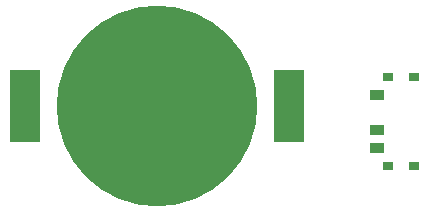
<source format=gbs>
G04 #@! TF.GenerationSoftware,KiCad,Pcbnew,7.0.1-0*
G04 #@! TF.CreationDate,2023-08-21T12:14:01+02:00*
G04 #@! TF.ProjectId,ghost,67686f73-742e-46b6-9963-61645f706362,rev?*
G04 #@! TF.SameCoordinates,Original*
G04 #@! TF.FileFunction,Soldermask,Bot*
G04 #@! TF.FilePolarity,Negative*
%FSLAX46Y46*%
G04 Gerber Fmt 4.6, Leading zero omitted, Abs format (unit mm)*
G04 Created by KiCad (PCBNEW 7.0.1-0) date 2023-08-21 12:14:01*
%MOMM*%
%LPD*%
G01*
G04 APERTURE LIST*
%ADD10R,2.560000X6.100000*%
%ADD11C,17.000000*%
%ADD12C,0.001000*%
%ADD13R,1.250000X0.900000*%
%ADD14R,0.900000X0.800000*%
G04 APERTURE END LIST*
D10*
X137610000Y-105230000D03*
X159950000Y-105230000D03*
D11*
X148780000Y-105230000D03*
D12*
X169420000Y-105080000D03*
X169420000Y-108080000D03*
D13*
X167345000Y-104330000D03*
X167345000Y-107330000D03*
X167345000Y-108830000D03*
D14*
X168320000Y-102780000D03*
X170520000Y-102780000D03*
X170520000Y-110380000D03*
X168320000Y-110380000D03*
M02*

</source>
